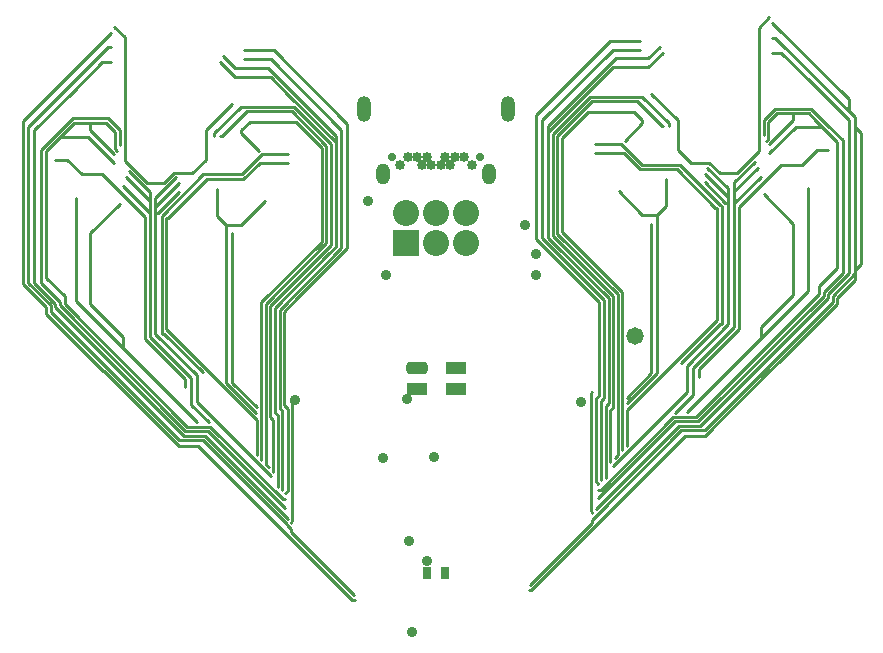
<source format=gts>
G04 Layer_Color=20142*
%FSLAX24Y24*%
%MOIN*%
G70*
G01*
G75*
%ADD13C,0.0100*%
%ADD32R,0.0316X0.0434*%
%ADD33R,0.0710X0.0415*%
G04:AMPARAMS|DCode=34|XSize=71mil|YSize=41.5mil|CornerRadius=12.4mil|HoleSize=0mil|Usage=FLASHONLY|Rotation=0.000|XOffset=0mil|YOffset=0mil|HoleType=Round|Shape=RoundedRectangle|*
%AMROUNDEDRECTD34*
21,1,0.0710,0.0167,0,0,0.0*
21,1,0.0463,0.0415,0,0,0.0*
1,1,0.0247,0.0231,-0.0084*
1,1,0.0247,-0.0231,-0.0084*
1,1,0.0247,-0.0231,0.0084*
1,1,0.0247,0.0231,0.0084*
%
%ADD34ROUNDEDRECTD34*%
%ADD35C,0.0336*%
%ADD36C,0.0277*%
%ADD37O,0.0474X0.0710*%
%ADD38O,0.0474X0.0867*%
%ADD39C,0.0867*%
%ADD40R,0.0867X0.0867*%
%ADD41C,0.0580*%
%ADD42C,0.0356*%
D13*
X20371Y37106D02*
X21257Y37992D01*
X20371Y36122D02*
Y37106D01*
X19931Y35683D02*
X20371Y36122D01*
X19324Y35683D02*
X19931D01*
X18984Y35343D02*
X19324Y35683D01*
X18411Y35343D02*
X18984D01*
X17668Y36086D02*
X18411Y35343D01*
X17668Y36086D02*
Y40203D01*
X17320Y40551D02*
X17668Y40203D01*
X16532Y33661D02*
X17516Y34646D01*
X16532Y31299D02*
Y33661D01*
Y31299D02*
X17615Y30217D01*
Y29837D02*
Y30217D01*
X16040Y31412D02*
X20076Y27376D01*
X16040Y31412D02*
Y34843D01*
X21257Y28693D02*
X22079Y27870D01*
X21257Y28693D02*
Y33661D01*
X20765Y34252D02*
Y35138D01*
Y34252D02*
X21060Y33957D01*
X21552D02*
X22339Y34744D01*
X21060Y33957D02*
X21552D01*
X21060Y28676D02*
X22061Y27674D01*
X21060Y28676D02*
Y33957D01*
X22079Y26261D02*
Y27443D01*
X19149Y30373D02*
X22079Y27443D01*
X19059Y30463D02*
X19149Y30373D01*
X19059Y30463D02*
Y34186D01*
X19121D01*
X20414Y35479D01*
X21631D01*
X22176Y36024D01*
X23127D01*
X15351Y36122D02*
X15745D01*
X16237Y35630D01*
X16926D01*
X18107Y34449D01*
X18350Y34206D01*
Y30154D02*
Y34206D01*
Y30154D02*
X19682Y28822D01*
Y28543D02*
Y28822D01*
X22258Y36319D02*
X23127D01*
X21569Y35630D02*
X22258Y36319D01*
X21158Y35630D02*
X21569D01*
X20289D02*
X21158D01*
X18952Y34293D02*
X20289Y35630D01*
X18903Y34243D02*
X18952Y34293D01*
X18903Y30323D02*
Y34243D01*
Y30323D02*
X18984D01*
X20272Y29035D01*
X22230Y26110D02*
Y31373D01*
X24248Y33391D01*
Y35433D01*
Y36525D01*
X23380Y37393D02*
X24248Y36525D01*
X21839Y37393D02*
X23380D01*
X21552Y37106D02*
X21839Y37393D01*
X21552Y37008D02*
Y37106D01*
Y37008D02*
X22142Y36417D01*
X22381Y25959D02*
X22476Y25864D01*
X22381Y25959D02*
Y31311D01*
X24399Y33328D01*
Y36587D01*
X23244Y37743D02*
X24399Y36587D01*
X21749Y37743D02*
X23244D01*
X20916Y36909D02*
X21749Y37743D01*
X20863Y36909D02*
X20916D01*
X22628Y25713D02*
Y27441D01*
X22533Y27536D02*
X22628Y27441D01*
X22533Y27536D02*
Y31248D01*
X24550Y33266D01*
Y33366D01*
Y36650D01*
X23807Y37393D02*
X24550Y36650D01*
X23307Y37894D02*
X23807Y37393D01*
X21552Y37894D02*
X23307D01*
X20666Y37008D02*
X21552Y37894D01*
X20666Y36909D02*
Y37008D01*
X20863Y39370D02*
X21355Y38878D01*
X22536D01*
X23127Y38287D01*
X24702Y36713D01*
Y35433D02*
Y36713D01*
X17615Y35236D02*
X17615D01*
X18501Y34350D01*
X18796D02*
X19485Y35039D01*
X18698Y34350D02*
X18796D01*
X17713Y35531D02*
X18501Y34744D01*
Y34449D02*
Y34744D01*
X18698Y34547D02*
X19485Y35335D01*
X18698Y34350D02*
Y34547D01*
X17812Y35728D02*
X18501Y35039D01*
Y30217D02*
Y35039D01*
Y30217D02*
X19879Y28839D01*
Y27953D02*
Y28839D01*
Y27953D02*
X20469Y27362D01*
X18698Y34843D02*
X19387Y35531D01*
X18698Y30512D02*
Y34843D01*
Y30315D02*
Y30512D01*
Y30315D02*
X20076Y28937D01*
Y28051D02*
Y28937D01*
Y28051D02*
X22536Y25591D01*
X22779Y25197D02*
Y27598D01*
X22684Y27693D02*
X22779Y27598D01*
X22684Y27693D02*
Y31185D01*
X24496Y32998D01*
X24702Y33203D01*
Y36909D01*
X22438Y39173D02*
X24702Y36909D01*
X21749Y39173D02*
X22438D01*
X21355D02*
X21749D01*
X20961Y39567D02*
X21355Y39173D01*
X22921Y25107D02*
X22930Y25115D01*
Y27756D01*
X22835Y27851D02*
X22930Y27756D01*
X22835Y27851D02*
Y31123D01*
X24898Y33186D01*
Y37106D01*
X22536Y39469D02*
X24898Y37106D01*
X21650Y39469D02*
X22536D01*
X23028Y25000D02*
X23111Y25083D01*
Y27827D01*
X22986Y27952D02*
X23111Y27827D01*
X22986Y27952D02*
Y31060D01*
X23422Y31496D01*
X25095Y33169D01*
Y37303D01*
X22635Y39764D02*
X25095Y37303D01*
X21650Y39764D02*
X22635D01*
X23262Y24084D02*
Y28014D01*
X23225Y24047D02*
X23262Y24084D01*
X23225Y28051D02*
X23262Y28014D01*
X23225Y24016D02*
Y24047D01*
X16451Y36892D02*
X17320Y36024D01*
X15548Y36892D02*
X16451D01*
X16532Y37106D02*
Y37303D01*
Y37106D02*
X17320Y36319D01*
X22947Y24803D02*
X23028D01*
X20525Y27225D02*
X22947Y24803D01*
X19761Y27225D02*
X20525D01*
X15667Y31320D02*
X19761Y27225D01*
X15667Y31320D02*
Y31574D01*
X15056Y32185D02*
X15667Y31574D01*
X15056Y32185D02*
Y36400D01*
X15753Y37098D01*
X15999Y37344D01*
X17065D01*
X17365Y37044D01*
Y36470D02*
Y37044D01*
Y36470D02*
X17418Y36417D01*
X17516Y36614D02*
Y37106D01*
X17123Y37500D02*
X17516Y37106D01*
X15942Y37500D02*
X17123D01*
X15351Y36909D02*
X15942Y37500D01*
X14884Y36443D02*
X15351Y36909D01*
X14884Y32014D02*
Y36443D01*
Y32014D02*
X15509Y31389D01*
Y31263D02*
Y31389D01*
Y31263D02*
X19399Y27374D01*
X19699Y27074D01*
X20371D01*
X20462D01*
X23028Y24508D01*
X23080Y24178D02*
X23111Y24147D01*
X20335Y26923D02*
X23080Y24178D01*
X20272Y26923D02*
X20335D01*
X19636D02*
X20272D01*
X15358Y31201D02*
X19636Y26923D01*
X15358Y31201D02*
Y31326D01*
X14662Y32022D02*
X15358Y31326D01*
X14662Y32022D02*
Y36024D01*
Y37106D01*
X15942Y38386D01*
X16926Y39370D01*
X17221D01*
X17123Y39862D02*
X17221D01*
X14465Y37205D02*
X17123Y39862D01*
X14465Y36319D02*
Y37205D01*
Y32005D02*
Y36319D01*
Y32005D02*
X15207Y31263D01*
X23225Y23695D02*
X25301Y21619D01*
X23225Y23695D02*
Y23720D01*
Y23802D01*
X23074Y23953D02*
X23225Y23802D01*
X23074Y23953D02*
Y23970D01*
X20272Y26772D02*
X23074Y23970D01*
X19485Y26772D02*
X20272D01*
X16040Y30217D02*
X19485Y26772D01*
X15207Y31050D02*
X16040Y30217D01*
X15207Y31050D02*
Y31263D01*
X25258Y21448D02*
X25340D01*
X20129Y26577D02*
X25258Y21448D01*
X19483Y26577D02*
X20129D01*
X17320Y28740D02*
X19483Y26577D01*
X16979Y29081D02*
X17320Y28740D01*
X16962Y29081D02*
X16979D01*
X15056Y30987D02*
X16962Y29081D01*
X15056Y30987D02*
Y31201D01*
Y31201D01*
X14761Y31496D02*
X15056Y31201D01*
X14268Y31988D02*
X14761Y31496D01*
X14268Y31988D02*
Y36909D01*
Y37402D01*
X17221Y40354D01*
X41724Y31820D02*
X42016Y32112D01*
Y32449D01*
X42216Y32649D01*
Y37005D01*
X41800Y37745D02*
X42016Y37528D01*
Y37205D02*
Y37528D01*
Y37205D02*
X42216Y37005D01*
X35228Y38316D02*
X36114Y37430D01*
Y36445D02*
Y37430D01*
Y36445D02*
X36553Y36006D01*
X37161D01*
X37500Y35667D01*
X38074D01*
X38817Y36410D01*
Y40527D01*
X39165Y40875D01*
X38968Y34969D02*
X39952Y33985D01*
Y31623D02*
Y33985D01*
X38870Y30540D02*
X39952Y31623D01*
X38870Y30160D02*
Y30540D01*
X36409Y27700D02*
X40444Y31735D01*
Y35166D01*
X34405Y28194D02*
X35228Y29016D01*
Y33985D01*
X35720Y34575D02*
Y35461D01*
X35425Y34280D02*
X35720Y34575D01*
X34145Y35068D02*
X34933Y34280D01*
X35425D01*
X34424Y27998D02*
X35425Y28999D01*
Y34280D01*
X34405Y26585D02*
Y27766D01*
X37336Y30696D01*
X37425Y30786D01*
Y34509D01*
X37364D02*
X37425D01*
X36071Y35802D02*
X37364Y34509D01*
X34853Y35802D02*
X36071D01*
X34308Y36347D02*
X34853Y35802D01*
X33358Y36347D02*
X34308D01*
X40740Y36445D02*
X41133D01*
X40248Y35953D02*
X40740Y36445D01*
X39559Y35953D02*
X40248D01*
X38377Y34772D02*
X39559Y35953D01*
X38135Y34530D02*
X38377Y34772D01*
X38135Y30477D02*
Y34530D01*
X36803Y29145D02*
X38135Y30477D01*
X36803Y28867D02*
Y29145D01*
X33358Y36642D02*
X34227D01*
X34916Y35953D01*
X35326D01*
X36195D01*
X37532Y34616D01*
X37582Y34567D01*
Y30647D02*
Y34567D01*
X37500Y30647D02*
X37582D01*
X36212Y29359D02*
X37500Y30647D01*
X34254Y26434D02*
Y31697D01*
X32237Y33714D02*
X34254Y31697D01*
X32237Y33714D02*
Y35757D01*
Y36848D01*
X33105Y37717D01*
X34646D01*
X34933Y37430D01*
Y37331D02*
Y37430D01*
X34342Y36741D02*
X34933Y37331D01*
X34008Y26188D02*
X34103Y26283D01*
Y31634D01*
X32085Y33652D02*
X34103Y31634D01*
X32085Y33652D02*
Y36911D01*
X33241Y38066D01*
X34736D01*
X35569Y37233D01*
X35622D01*
X33857Y26036D02*
Y27764D01*
X33952Y27859D01*
Y31572D01*
X31934Y33589D02*
X33952Y31572D01*
X31934Y33589D02*
Y33690D01*
Y36973D01*
X32677Y37717D01*
X33178Y38217D01*
X34933D01*
X35818Y37331D01*
Y37233D02*
Y37331D01*
X35129Y39201D02*
X35622Y39694D01*
X33948Y39201D02*
X35129D01*
X33358Y38611D02*
X33948Y39201D01*
X31783Y37036D02*
X33358Y38611D01*
X31783Y35757D02*
Y37036D01*
X38870Y35560D02*
X38870D01*
X37984Y34674D02*
X38870Y35560D01*
X37000Y35363D02*
X37688Y34674D01*
X37787D01*
X37984Y35068D02*
X38771Y35855D01*
X37984Y34772D02*
Y35068D01*
X37000Y35658D02*
X37787Y34871D01*
Y34674D02*
Y34871D01*
X37984Y35363D02*
X38673Y36052D01*
X37984Y30540D02*
Y35363D01*
X36606Y29162D02*
X37984Y30540D01*
X36606Y28276D02*
Y29162D01*
X36015Y27686D02*
X36606Y28276D01*
X37098Y35855D02*
X37787Y35166D01*
Y30835D02*
Y35166D01*
Y30638D02*
Y30835D01*
X36409Y29260D02*
X37787Y30638D01*
X36409Y28375D02*
Y29260D01*
X33948Y25914D02*
X36409Y28375D01*
X33706Y25520D02*
Y27922D01*
X33801Y28017D01*
Y31509D01*
X31988Y33321D02*
X33801Y31509D01*
X31783Y33527D02*
X31988Y33321D01*
X31783Y33527D02*
Y37233D01*
X34047Y39497D01*
X34736D01*
X35129D01*
X35523Y39890D01*
X33555Y25439D02*
X33563Y25430D01*
X33555Y25439D02*
Y28079D01*
X33650Y28174D01*
Y31446D01*
X31586Y33510D02*
X33650Y31446D01*
X31586Y33510D02*
Y37430D01*
X33948Y39792D01*
X34834D01*
X33373Y25406D02*
X33456Y25323D01*
X33373Y25406D02*
Y28151D01*
X33498Y28276D01*
Y31384D01*
X33063Y31820D02*
X33498Y31384D01*
X31389Y33493D02*
X33063Y31820D01*
X31389Y33493D02*
Y37627D01*
X33850Y40087D01*
X34834D01*
X33222Y24407D02*
Y28337D01*
Y24407D02*
X33259Y24370D01*
X33222Y28337D02*
X33259Y28375D01*
Y24339D02*
Y24370D01*
X39165Y36347D02*
X40034Y37216D01*
X40937D01*
X39952Y37430D02*
Y37627D01*
X39165Y36642D02*
X39952Y37430D01*
X33456Y25127D02*
X33538D01*
X35960Y27549D01*
X36723D01*
X40818Y31643D01*
Y31897D01*
X41429Y32508D01*
Y36724D01*
X40731Y37421D02*
X41429Y36724D01*
X40485Y37667D02*
X40731Y37421D01*
X39419Y37667D02*
X40485D01*
X39119Y37367D02*
X39419Y37667D01*
X39119Y36794D02*
Y37367D01*
X39066Y36741D02*
X39119Y36794D01*
X38968Y36938D02*
Y37430D01*
X39362Y37823D01*
X40543D01*
X41133Y37233D01*
X41600Y36766D01*
Y32337D02*
Y36766D01*
X40975Y31712D02*
X41600Y32337D01*
X40975Y31587D02*
Y31712D01*
X37086Y27698D02*
X40975Y31587D01*
X36786Y27397D02*
X37086Y27698D01*
X36114Y27397D02*
X36786D01*
X36022D02*
X36114D01*
X33456Y24831D02*
X36022Y27397D01*
X33373Y24470D02*
X33405Y24501D01*
X36149Y27246D01*
X36212D01*
X36848D01*
X41126Y31524D01*
Y31649D01*
X41822Y32346D01*
Y36347D01*
Y37430D01*
X40543Y38709D02*
X41822Y37430D01*
X39559Y39694D02*
X40543Y38709D01*
X39263Y39694D02*
X39559D01*
X39263Y40186D02*
X39362D01*
X42019Y37528D01*
Y36642D02*
Y37528D01*
Y32329D02*
Y36642D01*
X41277Y31587D02*
X42019Y32329D01*
X31184Y21943D02*
X33259Y24018D01*
Y24044D01*
Y24125D01*
X33411Y24277D01*
Y24294D01*
X36212Y27095D01*
X37000D01*
X40444Y30540D01*
X41277Y31373D01*
Y31587D01*
X31145Y21772D02*
X31227D01*
X36356Y26901D01*
X37002D01*
X39165Y29064D01*
X39506Y29405D01*
X39523D01*
X41429Y31310D01*
Y31524D01*
Y31524D01*
X41724Y31820D01*
X41800Y37745D02*
Y38141D01*
X39263Y40678D02*
X41800Y38141D01*
D32*
X27756Y22343D02*
D03*
X28346D02*
D03*
D33*
X28701Y29183D02*
D03*
Y28494D02*
D03*
X27402D02*
D03*
D34*
Y29183D02*
D03*
D35*
X26850Y35945D02*
D03*
X27106Y36220D02*
D03*
X27421D02*
D03*
X27579Y35945D02*
D03*
X27736Y36220D02*
D03*
X27894Y35945D02*
D03*
X28209D02*
D03*
X28366Y36220D02*
D03*
X28681D02*
D03*
X28524Y35945D02*
D03*
X28996Y36220D02*
D03*
X29252Y35945D02*
D03*
D36*
X29518Y36220D02*
D03*
X26585D02*
D03*
D37*
X26280Y35630D02*
D03*
X29823D02*
D03*
D38*
X25659Y37795D02*
D03*
X30443D02*
D03*
D39*
X29051Y33358D02*
D03*
Y34358D02*
D03*
X28051D02*
D03*
Y33358D02*
D03*
X27051Y34358D02*
D03*
D40*
Y33358D02*
D03*
D41*
X34685Y30236D02*
D03*
D42*
X25787Y34744D02*
D03*
X23346Y28110D02*
D03*
X32874Y28051D02*
D03*
X27998Y26226D02*
D03*
X26280Y26181D02*
D03*
X31398Y32972D02*
D03*
X31004Y33957D02*
D03*
X27264Y20374D02*
D03*
X27756Y22736D02*
D03*
X27136Y23396D02*
D03*
X27067Y28150D02*
D03*
X31398Y32283D02*
D03*
X26378D02*
D03*
M02*

</source>
